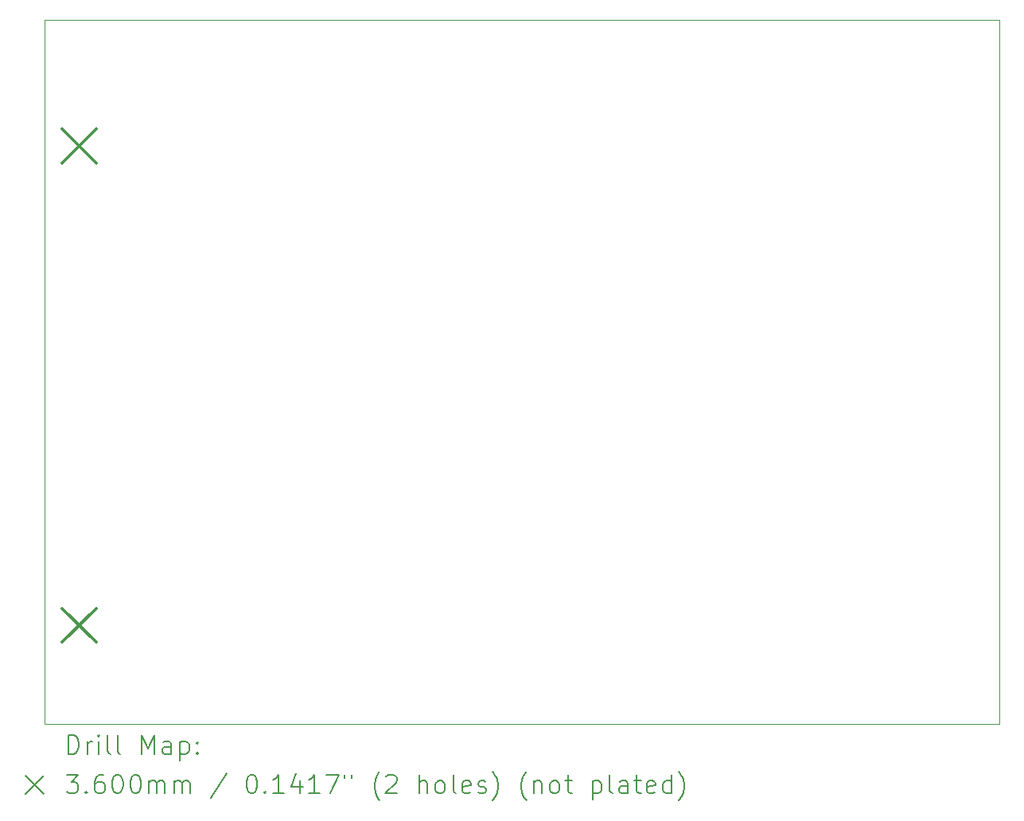
<source format=gbr>
%FSLAX45Y45*%
G04 Gerber Fmt 4.5, Leading zero omitted, Abs format (unit mm)*
G04 Created by KiCad (PCBNEW (6.0.1)) date 2022-02-04 01:53:55*
%MOMM*%
%LPD*%
G01*
G04 APERTURE LIST*
%TA.AperFunction,Profile*%
%ADD10C,0.100000*%
%TD*%
%ADD11C,0.200000*%
%ADD12C,0.360000*%
G04 APERTURE END LIST*
D10*
X2603500Y-4000500D02*
X12763500Y-4000500D01*
X12763500Y-4000500D02*
X12763500Y-11493500D01*
X12763500Y-11493500D02*
X2603500Y-11493500D01*
X2603500Y-11493500D02*
X2603500Y-4000500D01*
D11*
D12*
X2792000Y-5160000D02*
X3152000Y-5520000D01*
X3152000Y-5160000D02*
X2792000Y-5520000D01*
X2792000Y-10260000D02*
X3152000Y-10620000D01*
X3152000Y-10260000D02*
X2792000Y-10620000D01*
D11*
X2856119Y-11808976D02*
X2856119Y-11608976D01*
X2903738Y-11608976D01*
X2932309Y-11618500D01*
X2951357Y-11637548D01*
X2960881Y-11656595D01*
X2970405Y-11694690D01*
X2970405Y-11723262D01*
X2960881Y-11761357D01*
X2951357Y-11780405D01*
X2932309Y-11799452D01*
X2903738Y-11808976D01*
X2856119Y-11808976D01*
X3056119Y-11808976D02*
X3056119Y-11675643D01*
X3056119Y-11713738D02*
X3065643Y-11694690D01*
X3075167Y-11685167D01*
X3094214Y-11675643D01*
X3113262Y-11675643D01*
X3179928Y-11808976D02*
X3179928Y-11675643D01*
X3179928Y-11608976D02*
X3170405Y-11618500D01*
X3179928Y-11628024D01*
X3189452Y-11618500D01*
X3179928Y-11608976D01*
X3179928Y-11628024D01*
X3303738Y-11808976D02*
X3284690Y-11799452D01*
X3275167Y-11780405D01*
X3275167Y-11608976D01*
X3408500Y-11808976D02*
X3389452Y-11799452D01*
X3379928Y-11780405D01*
X3379928Y-11608976D01*
X3637071Y-11808976D02*
X3637071Y-11608976D01*
X3703738Y-11751833D01*
X3770405Y-11608976D01*
X3770405Y-11808976D01*
X3951357Y-11808976D02*
X3951357Y-11704214D01*
X3941833Y-11685167D01*
X3922786Y-11675643D01*
X3884690Y-11675643D01*
X3865643Y-11685167D01*
X3951357Y-11799452D02*
X3932309Y-11808976D01*
X3884690Y-11808976D01*
X3865643Y-11799452D01*
X3856119Y-11780405D01*
X3856119Y-11761357D01*
X3865643Y-11742309D01*
X3884690Y-11732786D01*
X3932309Y-11732786D01*
X3951357Y-11723262D01*
X4046595Y-11675643D02*
X4046595Y-11875643D01*
X4046595Y-11685167D02*
X4065643Y-11675643D01*
X4103738Y-11675643D01*
X4122786Y-11685167D01*
X4132309Y-11694690D01*
X4141833Y-11713738D01*
X4141833Y-11770881D01*
X4132309Y-11789928D01*
X4122786Y-11799452D01*
X4103738Y-11808976D01*
X4065643Y-11808976D01*
X4046595Y-11799452D01*
X4227548Y-11789928D02*
X4237071Y-11799452D01*
X4227548Y-11808976D01*
X4218024Y-11799452D01*
X4227548Y-11789928D01*
X4227548Y-11808976D01*
X4227548Y-11685167D02*
X4237071Y-11694690D01*
X4227548Y-11704214D01*
X4218024Y-11694690D01*
X4227548Y-11685167D01*
X4227548Y-11704214D01*
X2398500Y-12038500D02*
X2598500Y-12238500D01*
X2598500Y-12038500D02*
X2398500Y-12238500D01*
X2837071Y-12028976D02*
X2960881Y-12028976D01*
X2894214Y-12105167D01*
X2922786Y-12105167D01*
X2941833Y-12114690D01*
X2951357Y-12124214D01*
X2960881Y-12143262D01*
X2960881Y-12190881D01*
X2951357Y-12209928D01*
X2941833Y-12219452D01*
X2922786Y-12228976D01*
X2865643Y-12228976D01*
X2846595Y-12219452D01*
X2837071Y-12209928D01*
X3046595Y-12209928D02*
X3056119Y-12219452D01*
X3046595Y-12228976D01*
X3037071Y-12219452D01*
X3046595Y-12209928D01*
X3046595Y-12228976D01*
X3227548Y-12028976D02*
X3189452Y-12028976D01*
X3170405Y-12038500D01*
X3160881Y-12048024D01*
X3141833Y-12076595D01*
X3132309Y-12114690D01*
X3132309Y-12190881D01*
X3141833Y-12209928D01*
X3151357Y-12219452D01*
X3170405Y-12228976D01*
X3208500Y-12228976D01*
X3227548Y-12219452D01*
X3237071Y-12209928D01*
X3246595Y-12190881D01*
X3246595Y-12143262D01*
X3237071Y-12124214D01*
X3227548Y-12114690D01*
X3208500Y-12105167D01*
X3170405Y-12105167D01*
X3151357Y-12114690D01*
X3141833Y-12124214D01*
X3132309Y-12143262D01*
X3370405Y-12028976D02*
X3389452Y-12028976D01*
X3408500Y-12038500D01*
X3418024Y-12048024D01*
X3427548Y-12067071D01*
X3437071Y-12105167D01*
X3437071Y-12152786D01*
X3427548Y-12190881D01*
X3418024Y-12209928D01*
X3408500Y-12219452D01*
X3389452Y-12228976D01*
X3370405Y-12228976D01*
X3351357Y-12219452D01*
X3341833Y-12209928D01*
X3332309Y-12190881D01*
X3322786Y-12152786D01*
X3322786Y-12105167D01*
X3332309Y-12067071D01*
X3341833Y-12048024D01*
X3351357Y-12038500D01*
X3370405Y-12028976D01*
X3560881Y-12028976D02*
X3579928Y-12028976D01*
X3598976Y-12038500D01*
X3608500Y-12048024D01*
X3618024Y-12067071D01*
X3627548Y-12105167D01*
X3627548Y-12152786D01*
X3618024Y-12190881D01*
X3608500Y-12209928D01*
X3598976Y-12219452D01*
X3579928Y-12228976D01*
X3560881Y-12228976D01*
X3541833Y-12219452D01*
X3532309Y-12209928D01*
X3522786Y-12190881D01*
X3513262Y-12152786D01*
X3513262Y-12105167D01*
X3522786Y-12067071D01*
X3532309Y-12048024D01*
X3541833Y-12038500D01*
X3560881Y-12028976D01*
X3713262Y-12228976D02*
X3713262Y-12095643D01*
X3713262Y-12114690D02*
X3722786Y-12105167D01*
X3741833Y-12095643D01*
X3770405Y-12095643D01*
X3789452Y-12105167D01*
X3798976Y-12124214D01*
X3798976Y-12228976D01*
X3798976Y-12124214D02*
X3808500Y-12105167D01*
X3827548Y-12095643D01*
X3856119Y-12095643D01*
X3875167Y-12105167D01*
X3884690Y-12124214D01*
X3884690Y-12228976D01*
X3979928Y-12228976D02*
X3979928Y-12095643D01*
X3979928Y-12114690D02*
X3989452Y-12105167D01*
X4008500Y-12095643D01*
X4037071Y-12095643D01*
X4056119Y-12105167D01*
X4065643Y-12124214D01*
X4065643Y-12228976D01*
X4065643Y-12124214D02*
X4075167Y-12105167D01*
X4094214Y-12095643D01*
X4122786Y-12095643D01*
X4141833Y-12105167D01*
X4151357Y-12124214D01*
X4151357Y-12228976D01*
X4541833Y-12019452D02*
X4370405Y-12276595D01*
X4798976Y-12028976D02*
X4818024Y-12028976D01*
X4837071Y-12038500D01*
X4846595Y-12048024D01*
X4856119Y-12067071D01*
X4865643Y-12105167D01*
X4865643Y-12152786D01*
X4856119Y-12190881D01*
X4846595Y-12209928D01*
X4837071Y-12219452D01*
X4818024Y-12228976D01*
X4798976Y-12228976D01*
X4779929Y-12219452D01*
X4770405Y-12209928D01*
X4760881Y-12190881D01*
X4751357Y-12152786D01*
X4751357Y-12105167D01*
X4760881Y-12067071D01*
X4770405Y-12048024D01*
X4779929Y-12038500D01*
X4798976Y-12028976D01*
X4951357Y-12209928D02*
X4960881Y-12219452D01*
X4951357Y-12228976D01*
X4941833Y-12219452D01*
X4951357Y-12209928D01*
X4951357Y-12228976D01*
X5151357Y-12228976D02*
X5037071Y-12228976D01*
X5094214Y-12228976D02*
X5094214Y-12028976D01*
X5075167Y-12057548D01*
X5056119Y-12076595D01*
X5037071Y-12086119D01*
X5322786Y-12095643D02*
X5322786Y-12228976D01*
X5275167Y-12019452D02*
X5227548Y-12162309D01*
X5351357Y-12162309D01*
X5532310Y-12228976D02*
X5418024Y-12228976D01*
X5475167Y-12228976D02*
X5475167Y-12028976D01*
X5456119Y-12057548D01*
X5437071Y-12076595D01*
X5418024Y-12086119D01*
X5598976Y-12028976D02*
X5732309Y-12028976D01*
X5646595Y-12228976D01*
X5798976Y-12028976D02*
X5798976Y-12067071D01*
X5875167Y-12028976D02*
X5875167Y-12067071D01*
X6170405Y-12305167D02*
X6160881Y-12295643D01*
X6141833Y-12267071D01*
X6132309Y-12248024D01*
X6122786Y-12219452D01*
X6113262Y-12171833D01*
X6113262Y-12133738D01*
X6122786Y-12086119D01*
X6132309Y-12057548D01*
X6141833Y-12038500D01*
X6160881Y-12009928D01*
X6170405Y-12000405D01*
X6237071Y-12048024D02*
X6246595Y-12038500D01*
X6265643Y-12028976D01*
X6313262Y-12028976D01*
X6332309Y-12038500D01*
X6341833Y-12048024D01*
X6351357Y-12067071D01*
X6351357Y-12086119D01*
X6341833Y-12114690D01*
X6227548Y-12228976D01*
X6351357Y-12228976D01*
X6589452Y-12228976D02*
X6589452Y-12028976D01*
X6675167Y-12228976D02*
X6675167Y-12124214D01*
X6665643Y-12105167D01*
X6646595Y-12095643D01*
X6618024Y-12095643D01*
X6598976Y-12105167D01*
X6589452Y-12114690D01*
X6798976Y-12228976D02*
X6779928Y-12219452D01*
X6770405Y-12209928D01*
X6760881Y-12190881D01*
X6760881Y-12133738D01*
X6770405Y-12114690D01*
X6779928Y-12105167D01*
X6798976Y-12095643D01*
X6827548Y-12095643D01*
X6846595Y-12105167D01*
X6856119Y-12114690D01*
X6865643Y-12133738D01*
X6865643Y-12190881D01*
X6856119Y-12209928D01*
X6846595Y-12219452D01*
X6827548Y-12228976D01*
X6798976Y-12228976D01*
X6979928Y-12228976D02*
X6960881Y-12219452D01*
X6951357Y-12200405D01*
X6951357Y-12028976D01*
X7132309Y-12219452D02*
X7113262Y-12228976D01*
X7075167Y-12228976D01*
X7056119Y-12219452D01*
X7046595Y-12200405D01*
X7046595Y-12124214D01*
X7056119Y-12105167D01*
X7075167Y-12095643D01*
X7113262Y-12095643D01*
X7132309Y-12105167D01*
X7141833Y-12124214D01*
X7141833Y-12143262D01*
X7046595Y-12162309D01*
X7218024Y-12219452D02*
X7237071Y-12228976D01*
X7275167Y-12228976D01*
X7294214Y-12219452D01*
X7303738Y-12200405D01*
X7303738Y-12190881D01*
X7294214Y-12171833D01*
X7275167Y-12162309D01*
X7246595Y-12162309D01*
X7227548Y-12152786D01*
X7218024Y-12133738D01*
X7218024Y-12124214D01*
X7227548Y-12105167D01*
X7246595Y-12095643D01*
X7275167Y-12095643D01*
X7294214Y-12105167D01*
X7370405Y-12305167D02*
X7379928Y-12295643D01*
X7398976Y-12267071D01*
X7408500Y-12248024D01*
X7418024Y-12219452D01*
X7427548Y-12171833D01*
X7427548Y-12133738D01*
X7418024Y-12086119D01*
X7408500Y-12057548D01*
X7398976Y-12038500D01*
X7379928Y-12009928D01*
X7370405Y-12000405D01*
X7732309Y-12305167D02*
X7722786Y-12295643D01*
X7703738Y-12267071D01*
X7694214Y-12248024D01*
X7684690Y-12219452D01*
X7675167Y-12171833D01*
X7675167Y-12133738D01*
X7684690Y-12086119D01*
X7694214Y-12057548D01*
X7703738Y-12038500D01*
X7722786Y-12009928D01*
X7732309Y-12000405D01*
X7808500Y-12095643D02*
X7808500Y-12228976D01*
X7808500Y-12114690D02*
X7818024Y-12105167D01*
X7837071Y-12095643D01*
X7865643Y-12095643D01*
X7884690Y-12105167D01*
X7894214Y-12124214D01*
X7894214Y-12228976D01*
X8018024Y-12228976D02*
X7998976Y-12219452D01*
X7989452Y-12209928D01*
X7979928Y-12190881D01*
X7979928Y-12133738D01*
X7989452Y-12114690D01*
X7998976Y-12105167D01*
X8018024Y-12095643D01*
X8046595Y-12095643D01*
X8065643Y-12105167D01*
X8075167Y-12114690D01*
X8084690Y-12133738D01*
X8084690Y-12190881D01*
X8075167Y-12209928D01*
X8065643Y-12219452D01*
X8046595Y-12228976D01*
X8018024Y-12228976D01*
X8141833Y-12095643D02*
X8218024Y-12095643D01*
X8170405Y-12028976D02*
X8170405Y-12200405D01*
X8179928Y-12219452D01*
X8198976Y-12228976D01*
X8218024Y-12228976D01*
X8437071Y-12095643D02*
X8437071Y-12295643D01*
X8437071Y-12105167D02*
X8456119Y-12095643D01*
X8494214Y-12095643D01*
X8513262Y-12105167D01*
X8522786Y-12114690D01*
X8532310Y-12133738D01*
X8532310Y-12190881D01*
X8522786Y-12209928D01*
X8513262Y-12219452D01*
X8494214Y-12228976D01*
X8456119Y-12228976D01*
X8437071Y-12219452D01*
X8646595Y-12228976D02*
X8627548Y-12219452D01*
X8618024Y-12200405D01*
X8618024Y-12028976D01*
X8808500Y-12228976D02*
X8808500Y-12124214D01*
X8798976Y-12105167D01*
X8779929Y-12095643D01*
X8741833Y-12095643D01*
X8722786Y-12105167D01*
X8808500Y-12219452D02*
X8789452Y-12228976D01*
X8741833Y-12228976D01*
X8722786Y-12219452D01*
X8713262Y-12200405D01*
X8713262Y-12181357D01*
X8722786Y-12162309D01*
X8741833Y-12152786D01*
X8789452Y-12152786D01*
X8808500Y-12143262D01*
X8875167Y-12095643D02*
X8951357Y-12095643D01*
X8903738Y-12028976D02*
X8903738Y-12200405D01*
X8913262Y-12219452D01*
X8932310Y-12228976D01*
X8951357Y-12228976D01*
X9094214Y-12219452D02*
X9075167Y-12228976D01*
X9037071Y-12228976D01*
X9018024Y-12219452D01*
X9008500Y-12200405D01*
X9008500Y-12124214D01*
X9018024Y-12105167D01*
X9037071Y-12095643D01*
X9075167Y-12095643D01*
X9094214Y-12105167D01*
X9103738Y-12124214D01*
X9103738Y-12143262D01*
X9008500Y-12162309D01*
X9275167Y-12228976D02*
X9275167Y-12028976D01*
X9275167Y-12219452D02*
X9256119Y-12228976D01*
X9218024Y-12228976D01*
X9198976Y-12219452D01*
X9189452Y-12209928D01*
X9179929Y-12190881D01*
X9179929Y-12133738D01*
X9189452Y-12114690D01*
X9198976Y-12105167D01*
X9218024Y-12095643D01*
X9256119Y-12095643D01*
X9275167Y-12105167D01*
X9351357Y-12305167D02*
X9360881Y-12295643D01*
X9379929Y-12267071D01*
X9389452Y-12248024D01*
X9398976Y-12219452D01*
X9408500Y-12171833D01*
X9408500Y-12133738D01*
X9398976Y-12086119D01*
X9389452Y-12057548D01*
X9379929Y-12038500D01*
X9360881Y-12009928D01*
X9351357Y-12000405D01*
M02*

</source>
